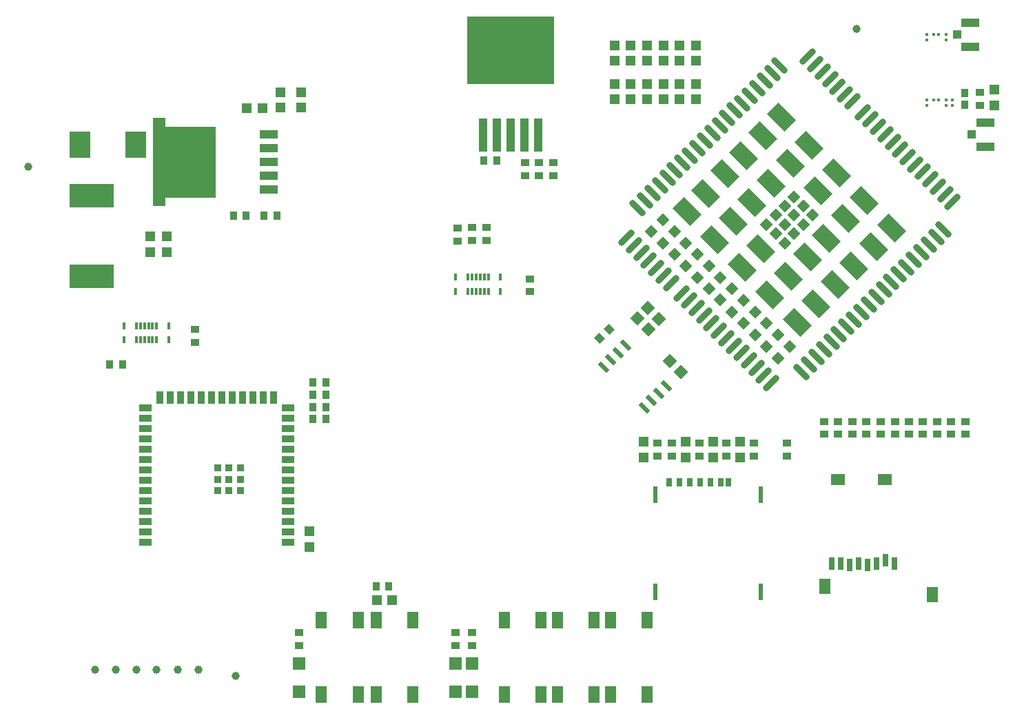
<source format=gtp>
G04*
G04 #@! TF.GenerationSoftware,Altium Limited,Altium Designer,24.5.2 (23)*
G04*
G04 Layer_Color=8421504*
%FSLAX25Y25*%
%MOIN*%
G70*
G04*
G04 #@! TF.SameCoordinates,B5482E42-06F3-477E-AB0F-EC412F3FA88C*
G04*
G04*
G04 #@! TF.FilePolarity,Positive*
G04*
G01*
G75*
%ADD14R,0.01575X0.01575*%
%ADD15R,0.01181X0.03425*%
%ADD16C,0.03937*%
%ADD17R,0.08504X0.04213*%
%ADD18R,0.03819X0.03937*%
%ADD19R,0.01378X0.01575*%
%ADD20R,0.03543X0.03543*%
%ADD21R,0.03543X0.05906*%
%ADD22R,0.05906X0.03543*%
%ADD23R,0.02953X0.04449*%
%ADD24R,0.02284X0.08268*%
%ADD25R,0.02559X0.04449*%
%ADD26R,0.03150X0.05906*%
%ADD27R,0.07087X0.05512*%
%ADD28R,0.05512X0.07480*%
%ADD29R,0.05118X0.04724*%
%ADD30R,0.03701X0.04016*%
%ADD31R,0.04016X0.03701*%
%ADD32R,0.04724X0.05118*%
%ADD33R,0.05512X0.08268*%
%ADD34R,0.05906X0.05906*%
G04:AMPARAMS|DCode=35|XSize=98.43mil|YSize=31.5mil|CornerRadius=15.75mil|HoleSize=0mil|Usage=FLASHONLY|Rotation=45.000|XOffset=0mil|YOffset=0mil|HoleType=Round|Shape=RoundedRectangle|*
%AMROUNDEDRECTD35*
21,1,0.09843,0.00000,0,0,45.0*
21,1,0.06693,0.03150,0,0,45.0*
1,1,0.03150,0.02366,0.02366*
1,1,0.03150,-0.02366,-0.02366*
1,1,0.03150,-0.02366,-0.02366*
1,1,0.03150,0.02366,0.02366*
%
%ADD35ROUNDEDRECTD35*%
G04:AMPARAMS|DCode=36|XSize=98.43mil|YSize=31.5mil|CornerRadius=15.75mil|HoleSize=0mil|Usage=FLASHONLY|Rotation=135.000|XOffset=0mil|YOffset=0mil|HoleType=Round|Shape=RoundedRectangle|*
%AMROUNDEDRECTD36*
21,1,0.09843,0.00000,0,0,135.0*
21,1,0.06693,0.03150,0,0,135.0*
1,1,0.03150,-0.02366,0.02366*
1,1,0.03150,0.02366,-0.02366*
1,1,0.03150,0.02366,-0.02366*
1,1,0.03150,-0.02366,0.02366*
%
%ADD36ROUNDEDRECTD36*%
%ADD37P,0.06125X4X90.0*%
G04:AMPARAMS|DCode=38|XSize=51.18mil|YSize=47.24mil|CornerRadius=0mil|HoleSize=0mil|Usage=FLASHONLY|Rotation=45.000|XOffset=0mil|YOffset=0mil|HoleType=Round|Shape=Rectangle|*
%AMROTATEDRECTD38*
4,1,4,-0.00139,-0.03480,-0.03480,-0.00139,0.00139,0.03480,0.03480,0.00139,-0.00139,-0.03480,0.0*
%
%ADD38ROTATEDRECTD38*%

%ADD39R,0.09843X0.12992*%
%ADD40R,0.08661X0.04134*%
%ADD41R,0.04331X0.03937*%
%ADD42R,0.21260X0.11417*%
G04:AMPARAMS|DCode=43|XSize=118.11mil|YSize=78.74mil|CornerRadius=0mil|HoleSize=0mil|Usage=FLASHONLY|Rotation=135.000|XOffset=0mil|YOffset=0mil|HoleType=Round|Shape=Rectangle|*
%AMROTATEDRECTD43*
4,1,4,0.06960,-0.01392,0.01392,-0.06960,-0.06960,0.01392,-0.01392,0.06960,0.06960,-0.01392,0.0*
%
%ADD43ROTATEDRECTD43*%

G04:AMPARAMS|DCode=44|XSize=37.01mil|YSize=40.16mil|CornerRadius=0mil|HoleSize=0mil|Usage=FLASHONLY|Rotation=225.000|XOffset=0mil|YOffset=0mil|HoleType=Round|Shape=Rectangle|*
%AMROTATEDRECTD44*
4,1,4,-0.00111,0.02728,0.02728,-0.00111,0.00111,-0.02728,-0.02728,0.00111,-0.00111,0.02728,0.0*
%
%ADD44ROTATEDRECTD44*%

G04:AMPARAMS|DCode=45|XSize=21.65mil|YSize=61.02mil|CornerRadius=0mil|HoleSize=0mil|Usage=FLASHONLY|Rotation=45.000|XOffset=0mil|YOffset=0mil|HoleType=Round|Shape=Rectangle|*
%AMROTATEDRECTD45*
4,1,4,0.01392,-0.02923,-0.02923,0.01392,-0.01392,0.02923,0.02923,-0.01392,0.01392,-0.02923,0.0*
%
%ADD45ROTATEDRECTD45*%

%ADD46R,0.42300X0.32700*%
%ADD47R,0.04100X0.15900*%
G36*
X81890Y281299D02*
X106299D01*
Y247047D01*
X81890D01*
Y242913D01*
X76102D01*
Y285433D01*
X81890D01*
Y281299D01*
D02*
G37*
D14*
X459487Y325984D02*
D03*
Y323228D02*
D03*
X450338Y325984D02*
D03*
Y323228D02*
D03*
X459487Y294314D02*
D03*
Y291558D02*
D03*
X450338Y294314D02*
D03*
Y291558D02*
D03*
X462557Y294314D02*
D03*
Y291558D02*
D03*
D15*
X83661Y178150D02*
D03*
X77756D02*
D03*
X75787D02*
D03*
X73819D02*
D03*
X71850D02*
D03*
X69882D02*
D03*
X67913D02*
D03*
X62008D02*
D03*
Y184961D02*
D03*
X67913D02*
D03*
X69882D02*
D03*
X71850D02*
D03*
X73819D02*
D03*
X75787D02*
D03*
X77756D02*
D03*
X83661D02*
D03*
X222466Y208474D02*
D03*
X228372D02*
D03*
X230340D02*
D03*
X232309D02*
D03*
X234277D02*
D03*
X236246D02*
D03*
X238214D02*
D03*
X244120D02*
D03*
Y201663D02*
D03*
X238214D02*
D03*
X236246D02*
D03*
X234277D02*
D03*
X232309D02*
D03*
X230340D02*
D03*
X228372D02*
D03*
X222466D02*
D03*
D16*
X416339Y328740D02*
D03*
X15748Y261811D02*
D03*
X116142Y15748D02*
D03*
X47835Y18701D02*
D03*
X57835D02*
D03*
X67835D02*
D03*
X77762D02*
D03*
X87835D02*
D03*
X97835D02*
D03*
D17*
X131890Y277559D02*
D03*
Y270866D02*
D03*
Y264173D02*
D03*
Y257480D02*
D03*
Y250787D02*
D03*
D18*
X468774Y291869D02*
D03*
Y297656D02*
D03*
D19*
X453567Y325787D02*
D03*
X456126D02*
D03*
X453568Y294128D02*
D03*
X456127D02*
D03*
D20*
X118307Y105118D02*
D03*
X112795D02*
D03*
X107283D02*
D03*
Y110630D02*
D03*
X112795D02*
D03*
X118307D02*
D03*
Y116142D02*
D03*
X112795D02*
D03*
X107283D02*
D03*
D21*
X79390Y150157D02*
D03*
X134390D02*
D03*
X129390D02*
D03*
X84390D02*
D03*
X89390D02*
D03*
X94390D02*
D03*
X99390D02*
D03*
X104390D02*
D03*
X109390D02*
D03*
X114390D02*
D03*
X119390D02*
D03*
X124390D02*
D03*
D22*
X72441Y80236D02*
D03*
Y85236D02*
D03*
Y90236D02*
D03*
Y95236D02*
D03*
Y100236D02*
D03*
Y105236D02*
D03*
Y110236D02*
D03*
Y115236D02*
D03*
Y120236D02*
D03*
Y125236D02*
D03*
Y130236D02*
D03*
Y135236D02*
D03*
Y140236D02*
D03*
Y145236D02*
D03*
X141339D02*
D03*
Y140236D02*
D03*
Y135236D02*
D03*
Y130236D02*
D03*
Y125236D02*
D03*
Y120236D02*
D03*
Y115236D02*
D03*
Y110236D02*
D03*
Y105236D02*
D03*
Y100236D02*
D03*
Y95236D02*
D03*
Y90236D02*
D03*
Y85236D02*
D03*
Y80236D02*
D03*
D23*
X345512Y109222D02*
D03*
X335512D02*
D03*
X325512D02*
D03*
X350512D02*
D03*
X340512D02*
D03*
X330512D02*
D03*
D24*
X370079Y103376D02*
D03*
Y56132D02*
D03*
X318898D02*
D03*
Y103376D02*
D03*
D25*
X354252Y109222D02*
D03*
D26*
X412854Y69193D02*
D03*
X421516D02*
D03*
X430177Y71555D02*
D03*
X434508Y69980D02*
D03*
X404193D02*
D03*
X408524D02*
D03*
X417185D02*
D03*
X425846D02*
D03*
D27*
X429823Y110531D02*
D03*
X407382D02*
D03*
D28*
X452854Y54823D02*
D03*
X401083Y58760D02*
D03*
D29*
X137795Y298031D02*
D03*
Y290551D02*
D03*
X151575Y85433D02*
D03*
Y77953D02*
D03*
X147638Y290551D02*
D03*
Y298031D02*
D03*
X74761Y220669D02*
D03*
Y228150D02*
D03*
X82677Y220669D02*
D03*
Y228150D02*
D03*
X482941Y291658D02*
D03*
Y299138D02*
D03*
X313369Y121342D02*
D03*
Y128822D02*
D03*
X333671Y121342D02*
D03*
Y128822D02*
D03*
X346858Y121342D02*
D03*
Y128822D02*
D03*
X359933Y121342D02*
D03*
Y128822D02*
D03*
X338583Y320669D02*
D03*
Y313189D02*
D03*
X330709Y320669D02*
D03*
Y313189D02*
D03*
X322835Y320669D02*
D03*
Y313189D02*
D03*
X314961Y320669D02*
D03*
Y313189D02*
D03*
X307087Y320669D02*
D03*
Y313189D02*
D03*
X299213Y320669D02*
D03*
Y313189D02*
D03*
X338583Y301969D02*
D03*
Y294488D02*
D03*
X330709Y301969D02*
D03*
Y294488D02*
D03*
X322835Y301969D02*
D03*
Y294488D02*
D03*
X314961Y301969D02*
D03*
Y294488D02*
D03*
X307087Y301969D02*
D03*
Y294488D02*
D03*
X299213Y301969D02*
D03*
Y294488D02*
D03*
D30*
X153386Y145669D02*
D03*
X159606D02*
D03*
X153386Y139764D02*
D03*
X159606D02*
D03*
X153386Y151575D02*
D03*
X159606D02*
D03*
X159606Y157480D02*
D03*
X153386D02*
D03*
X190118Y59055D02*
D03*
X183898D02*
D03*
X54961Y166339D02*
D03*
X61181D02*
D03*
X129764Y238189D02*
D03*
X135984D02*
D03*
X114842D02*
D03*
X121063D02*
D03*
X236063Y264764D02*
D03*
X242284D02*
D03*
D31*
X96457Y183228D02*
D03*
Y177008D02*
D03*
X146653Y36575D02*
D03*
Y30354D02*
D03*
X475862Y291652D02*
D03*
Y297873D02*
D03*
X223425Y232283D02*
D03*
Y226063D02*
D03*
X230315Y232441D02*
D03*
Y226220D02*
D03*
X237205Y232441D02*
D03*
Y226220D02*
D03*
X258411Y207706D02*
D03*
Y201485D02*
D03*
X366754Y128192D02*
D03*
Y121972D02*
D03*
X353369Y128192D02*
D03*
Y121972D02*
D03*
X340430Y128192D02*
D03*
Y121972D02*
D03*
X320098Y128192D02*
D03*
Y121972D02*
D03*
X327010Y128192D02*
D03*
Y121972D02*
D03*
X434831Y138735D02*
D03*
Y132515D02*
D03*
X448461Y138735D02*
D03*
Y132515D02*
D03*
X468851Y138735D02*
D03*
Y132515D02*
D03*
X400562Y138735D02*
D03*
Y132515D02*
D03*
X421146Y138735D02*
D03*
Y132515D02*
D03*
X414220Y138735D02*
D03*
Y132515D02*
D03*
X407390Y138735D02*
D03*
Y132515D02*
D03*
X462036Y138735D02*
D03*
Y132515D02*
D03*
X455276Y138735D02*
D03*
Y132515D02*
D03*
X441591Y138735D02*
D03*
Y132515D02*
D03*
X427905Y138735D02*
D03*
Y132515D02*
D03*
X230315Y36575D02*
D03*
Y30354D02*
D03*
X222441Y36575D02*
D03*
Y30354D02*
D03*
X262795Y263937D02*
D03*
Y257716D02*
D03*
X269685Y257716D02*
D03*
Y263937D02*
D03*
X255906Y257716D02*
D03*
Y263937D02*
D03*
X382663Y128192D02*
D03*
Y121972D02*
D03*
D32*
X184252Y52165D02*
D03*
X191732D02*
D03*
X128937Y290354D02*
D03*
X121457D02*
D03*
D33*
X157480Y6693D02*
D03*
X175197D02*
D03*
Y42520D02*
D03*
X157480D02*
D03*
X201772Y6693D02*
D03*
X184055D02*
D03*
Y42520D02*
D03*
X201772D02*
D03*
X297244Y6693D02*
D03*
X314961D02*
D03*
Y42520D02*
D03*
X297244D02*
D03*
X271595Y6693D02*
D03*
X289311D02*
D03*
Y42520D02*
D03*
X271595D02*
D03*
X246063Y6693D02*
D03*
X263779D02*
D03*
Y42520D02*
D03*
X246063D02*
D03*
D34*
X146653Y21654D02*
D03*
Y7874D02*
D03*
X230315Y21654D02*
D03*
Y7874D02*
D03*
X222441Y21654D02*
D03*
Y7874D02*
D03*
D35*
X304935Y227451D02*
D03*
X308554Y223832D02*
D03*
X312173Y220213D02*
D03*
X315792Y216594D02*
D03*
X441067Y266704D02*
D03*
X437448Y270323D02*
D03*
X433829Y273942D02*
D03*
X331660Y200726D02*
D03*
X335279Y197107D02*
D03*
X422972Y284799D02*
D03*
X419353Y288418D02*
D03*
X392628Y315144D02*
D03*
X396247Y311525D02*
D03*
X399866Y307906D02*
D03*
X403485Y304287D02*
D03*
X407104Y300667D02*
D03*
X410723Y297048D02*
D03*
X414342Y293429D02*
D03*
X426591Y281180D02*
D03*
X430210Y277561D02*
D03*
X444686Y263085D02*
D03*
X448305Y259466D02*
D03*
X451924Y255847D02*
D03*
X455543Y252228D02*
D03*
X459162Y248609D02*
D03*
X462781Y244990D02*
D03*
X375089Y157297D02*
D03*
X371470Y160916D02*
D03*
X367851Y164535D02*
D03*
X364232Y168155D02*
D03*
X360613Y171774D02*
D03*
X356994Y175393D02*
D03*
X353375Y179012D02*
D03*
X349756Y182631D02*
D03*
X346137Y186250D02*
D03*
X342518Y189869D02*
D03*
X338898Y193488D02*
D03*
X326649Y205737D02*
D03*
X323030Y209356D02*
D03*
X319411Y212975D02*
D03*
D36*
X415038Y188059D02*
D03*
X418657Y191678D02*
D03*
X422276Y195297D02*
D03*
X425895Y198916D02*
D03*
X454847Y227869D02*
D03*
X353792Y285495D02*
D03*
X350173Y281876D02*
D03*
X346554Y278257D02*
D03*
X342935Y274638D02*
D03*
X339316Y271019D02*
D03*
X313983Y245686D02*
D03*
X310364Y242067D02*
D03*
X389704Y162726D02*
D03*
X393323Y166345D02*
D03*
X317602Y249305D02*
D03*
X321221Y252924D02*
D03*
X324840Y256543D02*
D03*
X328459Y260162D02*
D03*
X332078Y263781D02*
D03*
X335697Y267400D02*
D03*
X357411Y289114D02*
D03*
X361030Y292733D02*
D03*
X364650Y296352D02*
D03*
X368268Y299971D02*
D03*
X371888Y303590D02*
D03*
X375507Y307209D02*
D03*
X379126Y310829D02*
D03*
X458466Y231488D02*
D03*
X451228Y224250D02*
D03*
X447609Y220631D02*
D03*
X443990Y217012D02*
D03*
X440371Y213393D02*
D03*
X436752Y209774D02*
D03*
X433133Y206154D02*
D03*
X429514Y202536D02*
D03*
X411419Y184440D02*
D03*
X407800Y180821D02*
D03*
X404181Y177202D02*
D03*
X400562Y173583D02*
D03*
X396942Y169964D02*
D03*
D37*
X386085Y247356D02*
D03*
X390540Y242902D02*
D03*
X394994Y238448D02*
D03*
X386085D02*
D03*
X390540Y233993D02*
D03*
X377177Y238448D02*
D03*
X381631Y233993D02*
D03*
X377177Y229539D02*
D03*
X381631Y225085D02*
D03*
X328181Y230653D02*
D03*
X339316Y219517D02*
D03*
X372723Y186110D02*
D03*
X378291Y180543D02*
D03*
X383858Y174975D02*
D03*
X317045Y230653D02*
D03*
X322613Y225085D02*
D03*
X328181Y219517D02*
D03*
X333748Y213949D02*
D03*
X339316Y208382D02*
D03*
X344884Y202814D02*
D03*
X350173Y197524D02*
D03*
X356019Y191678D02*
D03*
X372723Y174975D02*
D03*
X378291Y169407D02*
D03*
X367155Y180543D02*
D03*
X361587Y186110D02*
D03*
X367155Y191678D02*
D03*
X361587Y197246D02*
D03*
X356019Y202814D02*
D03*
X350452Y208382D02*
D03*
X344884Y213949D02*
D03*
X333748Y225085D02*
D03*
X322613Y236221D02*
D03*
X372723Y233993D02*
D03*
X386085Y229539D02*
D03*
X381631Y242902D02*
D03*
D38*
X310347Y188668D02*
D03*
X315637Y183379D02*
D03*
X315269Y193590D02*
D03*
X320558Y188300D02*
D03*
X331385Y162710D02*
D03*
X326096Y167999D02*
D03*
D39*
X40748Y272638D02*
D03*
X67520D02*
D03*
D40*
X478642Y283366D02*
D03*
Y271752D02*
D03*
X471391Y331594D02*
D03*
Y319980D02*
D03*
D41*
X472146Y277559D02*
D03*
X464895Y325787D02*
D03*
D42*
X46260Y248031D02*
D03*
Y209055D02*
D03*
D43*
X387756Y186667D02*
D03*
X374393Y200030D02*
D03*
X361030Y213393D02*
D03*
X347668Y226755D02*
D03*
X334305Y240118D02*
D03*
X396664Y195576D02*
D03*
X383301Y208938D02*
D03*
X369939Y222301D02*
D03*
X356576Y235664D02*
D03*
X343214Y249026D02*
D03*
X406129Y205041D02*
D03*
X392767Y218404D02*
D03*
X365624Y244711D02*
D03*
X352679Y258492D02*
D03*
X415038Y213949D02*
D03*
X401675Y227312D02*
D03*
X374950Y254037D02*
D03*
X361587Y267400D02*
D03*
X424503Y223415D02*
D03*
X411140Y236777D02*
D03*
X397778Y250140D02*
D03*
X384415Y263503D02*
D03*
X371052Y276865D02*
D03*
X433411Y232323D02*
D03*
X420049Y245686D02*
D03*
X406686Y259048D02*
D03*
X393323Y272411D02*
D03*
X379961Y285774D02*
D03*
D44*
X292092Y178903D02*
D03*
X296491Y183302D02*
D03*
D45*
X313565Y145317D02*
D03*
X317101Y148852D02*
D03*
X320636Y152388D02*
D03*
X324172Y155923D02*
D03*
X293939Y164943D02*
D03*
X297474Y168479D02*
D03*
X301010Y172014D02*
D03*
X304545Y175550D02*
D03*
D46*
X249016Y318110D02*
D03*
D47*
X262402Y277365D02*
D03*
X255709D02*
D03*
X249016D02*
D03*
X242323D02*
D03*
X235630D02*
D03*
M02*

</source>
